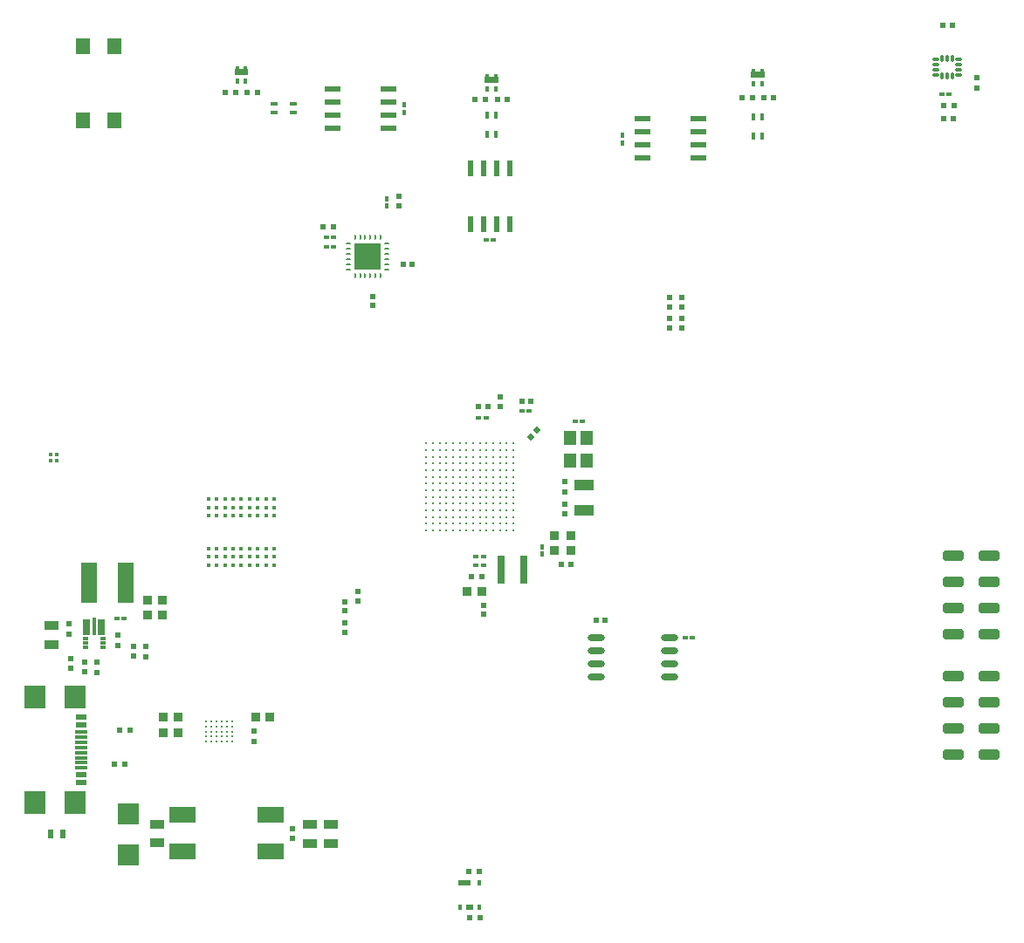
<source format=gtp>
G04*
G04 #@! TF.GenerationSoftware,Altium Limited,Altium Designer,23.0.1 (38)*
G04*
G04 Layer_Color=8421504*
%FSLAX43Y43*%
%MOMM*%
G71*
G04*
G04 #@! TF.SameCoordinates,A2A41917-8E72-4AF7-8591-51E6FC7DF103*
G04*
G04*
G04 #@! TF.FilePolarity,Positive*
G04*
G01*
G75*
%ADD16R,0.500X0.500*%
%ADD17R,1.550X0.600*%
%ADD18R,0.500X0.500*%
G04:AMPARAMS|DCode=19|XSize=0.35mm|YSize=0.6mm|CornerRadius=0.088mm|HoleSize=0mm|Usage=FLASHONLY|Rotation=0.000|XOffset=0mm|YOffset=0mm|HoleType=Round|Shape=RoundedRectangle|*
%AMROUNDEDRECTD19*
21,1,0.350,0.425,0,0,0.0*
21,1,0.175,0.600,0,0,0.0*
1,1,0.175,0.088,-0.213*
1,1,0.175,-0.088,-0.213*
1,1,0.175,-0.088,0.213*
1,1,0.175,0.088,0.213*
%
%ADD19ROUNDEDRECTD19*%
G04:AMPARAMS|DCode=20|XSize=0.35mm|YSize=0.6mm|CornerRadius=0.088mm|HoleSize=0mm|Usage=FLASHONLY|Rotation=90.000|XOffset=0mm|YOffset=0mm|HoleType=Round|Shape=RoundedRectangle|*
%AMROUNDEDRECTD20*
21,1,0.350,0.425,0,0,90.0*
21,1,0.175,0.600,0,0,90.0*
1,1,0.175,0.213,0.088*
1,1,0.175,0.213,-0.088*
1,1,0.175,-0.213,-0.088*
1,1,0.175,-0.213,0.088*
%
%ADD20ROUNDEDRECTD20*%
%ADD21R,0.500X0.420*%
%ADD22R,0.400X0.550*%
%ADD23R,0.400X0.850*%
%ADD24R,0.400X0.750*%
%ADD25R,0.420X0.500*%
%ADD26R,0.600X1.550*%
%ADD27R,0.750X0.400*%
%ADD28R,1.400X1.600*%
%ADD29R,2.600X2.600*%
G04:AMPARAMS|DCode=30|XSize=0.23mm|YSize=0.48mm|CornerRadius=0.058mm|HoleSize=0mm|Usage=FLASHONLY|Rotation=0.000|XOffset=0mm|YOffset=0mm|HoleType=Round|Shape=RoundedRectangle|*
%AMROUNDEDRECTD30*
21,1,0.230,0.365,0,0,0.0*
21,1,0.115,0.480,0,0,0.0*
1,1,0.115,0.058,-0.183*
1,1,0.115,-0.058,-0.183*
1,1,0.115,-0.058,0.183*
1,1,0.115,0.058,0.183*
%
%ADD30ROUNDEDRECTD30*%
G04:AMPARAMS|DCode=31|XSize=0.23mm|YSize=0.48mm|CornerRadius=0.058mm|HoleSize=0mm|Usage=FLASHONLY|Rotation=90.000|XOffset=0mm|YOffset=0mm|HoleType=Round|Shape=RoundedRectangle|*
%AMROUNDEDRECTD31*
21,1,0.230,0.365,0,0,90.0*
21,1,0.115,0.480,0,0,90.0*
1,1,0.115,0.183,0.058*
1,1,0.115,0.183,-0.058*
1,1,0.115,-0.183,-0.058*
1,1,0.115,-0.183,0.058*
%
%ADD31ROUNDEDRECTD31*%
%ADD32R,0.400X0.500*%
%ADD33R,0.750X0.500*%
%ADD34R,1.300X0.500*%
%ADD35R,0.400X0.400*%
%ADD36R,0.400X0.400*%
%ADD37C,0.410*%
%ADD38P,0.707X4X90.0*%
%ADD39R,1.200X1.400*%
%ADD40R,1.900X1.100*%
%ADD41O,1.700X0.600*%
%ADD42R,0.900X0.900*%
%ADD43R,0.800X2.700*%
%ADD44R,0.900X0.900*%
%ADD45R,0.600X0.300*%
%ADD46R,0.800X1.500*%
%ADD47R,0.400X1.730*%
%ADD48R,1.400X0.950*%
%ADD49R,2.500X1.500*%
%ADD50R,0.600X0.900*%
%ADD51R,2.000X2.000*%
%ADD52C,0.250*%
G04:AMPARAMS|DCode=53|XSize=1mm|YSize=2mm|CornerRadius=0.25mm|HoleSize=0mm|Usage=FLASHONLY|Rotation=90.000|XOffset=0mm|YOffset=0mm|HoleType=Round|Shape=RoundedRectangle|*
%AMROUNDEDRECTD53*
21,1,1.000,1.500,0,0,90.0*
21,1,0.500,2.000,0,0,90.0*
1,1,0.500,0.750,0.250*
1,1,0.500,0.750,-0.250*
1,1,0.500,-0.750,-0.250*
1,1,0.500,-0.750,0.250*
%
%ADD53ROUNDEDRECTD53*%
%ADD54R,1.500X4.000*%
%ADD55R,2.000X2.180*%
%ADD56R,1.060X0.600*%
%ADD57R,1.150X0.300*%
%ADD58C,0.260*%
%ADD59O,0.195X0.314*%
%ADD60O,0.314X0.195*%
G36*
X22325Y84788D02*
X21025D01*
Y85388D01*
X22325D01*
Y84788D01*
D02*
G37*
G36*
X46600Y84038D02*
X45300D01*
Y84638D01*
X46600D01*
Y84038D01*
D02*
G37*
G36*
X72400Y84538D02*
X71100D01*
Y85138D01*
X72400D01*
Y84538D01*
D02*
G37*
D16*
X64375Y62288D02*
D03*
Y63188D02*
D03*
X63175Y62288D02*
D03*
Y63188D02*
D03*
Y60238D02*
D03*
Y61138D02*
D03*
X64375Y60238D02*
D03*
Y61138D02*
D03*
X93025Y83488D02*
D03*
Y84488D02*
D03*
X36925Y72113D02*
D03*
Y73013D02*
D03*
X34381Y63307D02*
D03*
Y62407D02*
D03*
X46750Y52613D02*
D03*
Y53513D02*
D03*
X53075Y45338D02*
D03*
Y44338D02*
D03*
X53075Y42163D02*
D03*
Y43163D02*
D03*
X45144Y32413D02*
D03*
Y33313D02*
D03*
X32950Y34613D02*
D03*
Y33713D02*
D03*
X31750Y32763D02*
D03*
Y33663D02*
D03*
X31750Y31588D02*
D03*
Y30688D02*
D03*
X12450Y29313D02*
D03*
Y28313D02*
D03*
X11225Y28413D02*
D03*
Y29313D02*
D03*
X9675Y30413D02*
D03*
Y29413D02*
D03*
X7700Y26763D02*
D03*
Y27763D02*
D03*
X6475Y26888D02*
D03*
Y27788D02*
D03*
X5125Y27238D02*
D03*
Y28138D02*
D03*
X4950Y30513D02*
D03*
Y31513D02*
D03*
X22875Y21088D02*
D03*
Y20088D02*
D03*
X26653Y10663D02*
D03*
Y11663D02*
D03*
D17*
X30550Y83418D02*
D03*
Y82148D02*
D03*
Y80878D02*
D03*
Y79608D02*
D03*
X35950Y83418D02*
D03*
Y82148D02*
D03*
Y80878D02*
D03*
Y79608D02*
D03*
X66025Y76758D02*
D03*
Y78028D02*
D03*
Y79298D02*
D03*
Y80568D02*
D03*
X60625Y76758D02*
D03*
Y78028D02*
D03*
Y79298D02*
D03*
Y80568D02*
D03*
D18*
X90650Y89613D02*
D03*
X89750D02*
D03*
X90825Y81773D02*
D03*
X89825D02*
D03*
X89800Y80523D02*
D03*
X90700D02*
D03*
X73319Y82591D02*
D03*
X72319D02*
D03*
X70211Y82578D02*
D03*
X71211D02*
D03*
X47500Y82388D02*
D03*
X46500D02*
D03*
X44357Y82394D02*
D03*
X45357D02*
D03*
X20125Y83088D02*
D03*
X21125D02*
D03*
X23225D02*
D03*
X22225D02*
D03*
X29625Y70063D02*
D03*
X30625D02*
D03*
X37350Y66438D02*
D03*
X38250D02*
D03*
X45600Y52613D02*
D03*
X44700D02*
D03*
X44750Y7513D02*
D03*
X43750D02*
D03*
X43850Y2963D02*
D03*
X44850D02*
D03*
X49775Y53138D02*
D03*
X48875D02*
D03*
X56075Y31838D02*
D03*
X56975D02*
D03*
X52750Y37263D02*
D03*
X53650D02*
D03*
X43969Y36088D02*
D03*
X44969D02*
D03*
X9350Y17913D02*
D03*
X10350D02*
D03*
X9875Y21188D02*
D03*
X10875D02*
D03*
D19*
X89643Y86413D02*
D03*
X90143D02*
D03*
X90643D02*
D03*
Y84663D02*
D03*
X90143D02*
D03*
X89643D02*
D03*
D20*
X91268Y86288D02*
D03*
Y85788D02*
D03*
Y85288D02*
D03*
Y84788D02*
D03*
X89018D02*
D03*
Y85288D02*
D03*
Y85788D02*
D03*
Y86288D02*
D03*
D21*
X89625Y82873D02*
D03*
X90325D02*
D03*
X46125Y68738D02*
D03*
X45425D02*
D03*
X30625Y69038D02*
D03*
X29925D02*
D03*
Y68088D02*
D03*
X30625D02*
D03*
X44700Y51538D02*
D03*
X45400D02*
D03*
X48875Y52138D02*
D03*
X49575D02*
D03*
X54063Y51175D02*
D03*
X54763D02*
D03*
X65400Y30163D02*
D03*
X64700D02*
D03*
X44444Y38082D02*
D03*
X45144D02*
D03*
X44444Y37203D02*
D03*
X45144D02*
D03*
X9625Y32038D02*
D03*
X10325D02*
D03*
D22*
X72150Y83963D02*
D03*
X71350D02*
D03*
X45550Y83463D02*
D03*
X46350D02*
D03*
X21275Y84213D02*
D03*
X22075D02*
D03*
D23*
X72150Y84963D02*
D03*
X71350D02*
D03*
X45550Y84463D02*
D03*
X46350D02*
D03*
X21275Y85213D02*
D03*
X22075D02*
D03*
D24*
X72175Y80688D02*
D03*
X71325D02*
D03*
X72175Y78838D02*
D03*
X71325D02*
D03*
X45500Y79013D02*
D03*
X46350D02*
D03*
X45500Y80863D02*
D03*
X46350D02*
D03*
D25*
X58675Y78913D02*
D03*
Y78213D02*
D03*
X37450Y81163D02*
D03*
Y81863D02*
D03*
X35753Y72785D02*
D03*
Y72085D02*
D03*
X50840Y38988D02*
D03*
Y38288D02*
D03*
D26*
X47730Y75713D02*
D03*
X46460D02*
D03*
X45190D02*
D03*
X43920D02*
D03*
X47730Y70313D02*
D03*
X46460D02*
D03*
X45190D02*
D03*
X43920D02*
D03*
D27*
X26725Y81163D02*
D03*
Y82013D02*
D03*
X24875Y81163D02*
D03*
Y82013D02*
D03*
D28*
X6325Y87538D02*
D03*
X9325D02*
D03*
Y80338D02*
D03*
X6325D02*
D03*
D29*
X33952Y67175D02*
D03*
D30*
X32702Y69035D02*
D03*
X33202D02*
D03*
X33702D02*
D03*
X34202D02*
D03*
X34702D02*
D03*
X35202D02*
D03*
Y65315D02*
D03*
X34702D02*
D03*
X34202D02*
D03*
X33702D02*
D03*
X33202D02*
D03*
X32702D02*
D03*
D31*
X35812Y68425D02*
D03*
Y67925D02*
D03*
Y67425D02*
D03*
Y66925D02*
D03*
Y66425D02*
D03*
Y65925D02*
D03*
X32092Y67925D02*
D03*
Y68425D02*
D03*
Y67425D02*
D03*
Y66925D02*
D03*
Y66425D02*
D03*
Y65925D02*
D03*
D32*
X44775Y6413D02*
D03*
Y4013D02*
D03*
X42875D02*
D03*
D33*
X43825D02*
D03*
D34*
X43325Y6413D02*
D03*
D35*
X3150Y47363D02*
D03*
X3750Y47963D02*
D03*
D36*
Y47363D02*
D03*
X3150Y47963D02*
D03*
D37*
X18475Y37200D02*
D03*
Y43600D02*
D03*
X20075Y37200D02*
D03*
Y38000D02*
D03*
Y38800D02*
D03*
Y43600D02*
D03*
X20875Y37200D02*
D03*
Y38000D02*
D03*
Y38800D02*
D03*
Y42000D02*
D03*
Y42800D02*
D03*
Y43600D02*
D03*
X21675Y38000D02*
D03*
Y38800D02*
D03*
Y42000D02*
D03*
Y42800D02*
D03*
X22475Y38800D02*
D03*
Y42000D02*
D03*
X23275Y38800D02*
D03*
Y42000D02*
D03*
X24075Y38800D02*
D03*
Y42000D02*
D03*
X24875Y37200D02*
D03*
Y38800D02*
D03*
Y42000D02*
D03*
Y43600D02*
D03*
X22475Y38000D02*
D03*
X23275D02*
D03*
X24075Y43600D02*
D03*
X24875Y42800D02*
D03*
X22475D02*
D03*
X23275Y43600D02*
D03*
X21675D02*
D03*
X22475D02*
D03*
X23275Y37200D02*
D03*
X22475D02*
D03*
X23275Y42800D02*
D03*
X21675Y37200D02*
D03*
X24075Y38000D02*
D03*
Y42800D02*
D03*
Y37200D02*
D03*
X24875Y38000D02*
D03*
X18475Y42800D02*
D03*
X19275Y37200D02*
D03*
X20075Y42000D02*
D03*
X18475D02*
D03*
X20075Y42800D02*
D03*
X19275Y42000D02*
D03*
Y43600D02*
D03*
Y42800D02*
D03*
X18475Y38800D02*
D03*
Y38000D02*
D03*
X19275D02*
D03*
Y38800D02*
D03*
D38*
X49720Y49665D02*
D03*
X50356Y50301D02*
D03*
D39*
X53525Y47338D02*
D03*
Y49538D02*
D03*
X55125D02*
D03*
Y47338D02*
D03*
D40*
X54950Y45013D02*
D03*
Y42513D02*
D03*
D41*
X56075Y30168D02*
D03*
Y28898D02*
D03*
Y27628D02*
D03*
Y26358D02*
D03*
X63175Y30168D02*
D03*
Y28898D02*
D03*
Y27628D02*
D03*
Y26358D02*
D03*
D42*
X53625Y38663D02*
D03*
Y40063D02*
D03*
X52025Y38653D02*
D03*
Y40053D02*
D03*
D43*
X46875Y36813D02*
D03*
X49075D02*
D03*
D44*
X44994Y34688D02*
D03*
X43594D02*
D03*
X12600Y32338D02*
D03*
X14000D02*
D03*
X24450Y22488D02*
D03*
X23050D02*
D03*
X14125Y22501D02*
D03*
X15525D02*
D03*
X14125Y20938D02*
D03*
X15525D02*
D03*
X13995Y33838D02*
D03*
X12595D02*
D03*
D45*
X6525Y30113D02*
D03*
Y29663D02*
D03*
Y29213D02*
D03*
X8225Y30113D02*
D03*
Y29663D02*
D03*
Y29213D02*
D03*
D46*
X8125Y31163D02*
D03*
X6625D02*
D03*
D47*
X7375Y31278D02*
D03*
D48*
X3275Y31313D02*
D03*
Y29463D02*
D03*
X30378Y12038D02*
D03*
Y10188D02*
D03*
X28303Y12038D02*
D03*
Y10188D02*
D03*
X13503Y12088D02*
D03*
Y10238D02*
D03*
D49*
X24478Y9438D02*
D03*
Y12938D02*
D03*
X15978Y9438D02*
D03*
Y12938D02*
D03*
D50*
X4375Y11113D02*
D03*
X3175D02*
D03*
D51*
X10703Y9088D02*
D03*
Y13088D02*
D03*
D52*
X40912Y41226D02*
D03*
X43512Y40576D02*
D03*
Y41876D02*
D03*
X44162Y40576D02*
D03*
X39612Y43826D02*
D03*
X40262D02*
D03*
Y40576D02*
D03*
X39612Y43176D02*
D03*
Y42526D02*
D03*
X40262Y41226D02*
D03*
X43512D02*
D03*
X40262Y42526D02*
D03*
X42212Y41876D02*
D03*
X42862D02*
D03*
Y42526D02*
D03*
X43512D02*
D03*
X42862Y41226D02*
D03*
X43512Y43176D02*
D03*
X44162D02*
D03*
Y42526D02*
D03*
X40912Y43826D02*
D03*
Y43176D02*
D03*
X41562D02*
D03*
X40912Y42526D02*
D03*
X41562D02*
D03*
X42212Y43176D02*
D03*
X40912Y41876D02*
D03*
X42212Y42526D02*
D03*
X39612Y40576D02*
D03*
Y41226D02*
D03*
Y47076D02*
D03*
Y49026D02*
D03*
X40262Y41876D02*
D03*
Y43176D02*
D03*
Y45126D02*
D03*
Y46426D02*
D03*
Y47076D02*
D03*
Y47726D02*
D03*
Y49026D02*
D03*
X40912Y40576D02*
D03*
Y45126D02*
D03*
Y46426D02*
D03*
Y47076D02*
D03*
Y47726D02*
D03*
Y49026D02*
D03*
X41562Y40576D02*
D03*
Y41226D02*
D03*
Y41876D02*
D03*
Y43826D02*
D03*
Y44476D02*
D03*
Y45126D02*
D03*
Y45776D02*
D03*
Y46426D02*
D03*
Y47726D02*
D03*
Y49026D02*
D03*
X42212Y40576D02*
D03*
Y41226D02*
D03*
Y43826D02*
D03*
Y44476D02*
D03*
Y45776D02*
D03*
Y46426D02*
D03*
Y47076D02*
D03*
Y47726D02*
D03*
Y48376D02*
D03*
Y49026D02*
D03*
X42862Y40576D02*
D03*
Y43176D02*
D03*
Y43826D02*
D03*
Y44476D02*
D03*
Y45126D02*
D03*
Y45776D02*
D03*
Y46426D02*
D03*
Y47076D02*
D03*
Y47726D02*
D03*
X43512Y43826D02*
D03*
Y44476D02*
D03*
Y45126D02*
D03*
Y45776D02*
D03*
Y46426D02*
D03*
Y47076D02*
D03*
Y47726D02*
D03*
Y48376D02*
D03*
Y49026D02*
D03*
X44162Y41226D02*
D03*
Y41876D02*
D03*
Y43826D02*
D03*
Y44476D02*
D03*
Y45126D02*
D03*
Y45776D02*
D03*
Y46426D02*
D03*
Y47076D02*
D03*
Y47726D02*
D03*
Y48376D02*
D03*
Y49026D02*
D03*
X44812Y40576D02*
D03*
Y41876D02*
D03*
Y42526D02*
D03*
Y43176D02*
D03*
Y43826D02*
D03*
Y44476D02*
D03*
Y45126D02*
D03*
Y45776D02*
D03*
Y46426D02*
D03*
Y47076D02*
D03*
Y47726D02*
D03*
Y48376D02*
D03*
X45462Y40576D02*
D03*
Y41226D02*
D03*
Y41876D02*
D03*
Y42526D02*
D03*
Y43176D02*
D03*
Y43826D02*
D03*
Y45126D02*
D03*
Y45776D02*
D03*
Y46426D02*
D03*
Y47076D02*
D03*
Y48376D02*
D03*
X46112Y40576D02*
D03*
Y41226D02*
D03*
Y41876D02*
D03*
Y42526D02*
D03*
Y43176D02*
D03*
Y45126D02*
D03*
Y45776D02*
D03*
Y46426D02*
D03*
Y47076D02*
D03*
X46762Y40576D02*
D03*
Y41226D02*
D03*
Y41876D02*
D03*
Y42526D02*
D03*
Y43176D02*
D03*
Y43826D02*
D03*
Y44476D02*
D03*
Y45126D02*
D03*
Y45776D02*
D03*
Y46426D02*
D03*
Y47076D02*
D03*
Y47726D02*
D03*
Y48376D02*
D03*
Y49026D02*
D03*
X47412Y40576D02*
D03*
Y41226D02*
D03*
Y43176D02*
D03*
Y43826D02*
D03*
Y45126D02*
D03*
Y45776D02*
D03*
Y49026D02*
D03*
X48062Y40576D02*
D03*
Y41226D02*
D03*
Y41876D02*
D03*
Y45126D02*
D03*
Y45776D02*
D03*
Y46426D02*
D03*
Y47076D02*
D03*
Y47726D02*
D03*
Y49026D02*
D03*
X39612Y41876D02*
D03*
Y44476D02*
D03*
Y45126D02*
D03*
Y45776D02*
D03*
Y46426D02*
D03*
Y47726D02*
D03*
Y48376D02*
D03*
X40262Y44476D02*
D03*
Y45776D02*
D03*
Y48376D02*
D03*
X40912Y44476D02*
D03*
Y45776D02*
D03*
Y48376D02*
D03*
X41562Y47076D02*
D03*
Y48376D02*
D03*
X42212Y45126D02*
D03*
X42862Y48376D02*
D03*
Y49026D02*
D03*
X44812Y41226D02*
D03*
Y49026D02*
D03*
X45462Y44476D02*
D03*
Y47726D02*
D03*
Y49026D02*
D03*
X46112Y43826D02*
D03*
Y44476D02*
D03*
Y47726D02*
D03*
Y48376D02*
D03*
Y49026D02*
D03*
X47412Y41876D02*
D03*
Y42526D02*
D03*
Y44476D02*
D03*
Y46426D02*
D03*
Y47076D02*
D03*
Y47726D02*
D03*
Y48376D02*
D03*
X48062Y42526D02*
D03*
Y43176D02*
D03*
Y43826D02*
D03*
Y44476D02*
D03*
Y48376D02*
D03*
D53*
X94225Y30545D02*
D03*
Y33085D02*
D03*
Y35625D02*
D03*
Y38165D02*
D03*
X90727D02*
D03*
Y35625D02*
D03*
Y33085D02*
D03*
Y30545D02*
D03*
X94225Y18860D02*
D03*
Y21400D02*
D03*
Y23940D02*
D03*
Y26480D02*
D03*
X90727D02*
D03*
Y23940D02*
D03*
Y21400D02*
D03*
Y18860D02*
D03*
D54*
X10475Y35513D02*
D03*
X6875D02*
D03*
D55*
X1636Y14165D02*
D03*
X5566D02*
D03*
X1636Y24385D02*
D03*
X5566D02*
D03*
D56*
X6186Y22475D02*
D03*
Y16075D02*
D03*
Y21675D02*
D03*
Y16875D02*
D03*
D57*
X6141Y21025D02*
D03*
Y17525D02*
D03*
Y20525D02*
D03*
Y18025D02*
D03*
Y20025D02*
D03*
Y18525D02*
D03*
Y19525D02*
D03*
Y19025D02*
D03*
D58*
X20750Y22063D02*
D03*
X18250Y20063D02*
D03*
Y22063D02*
D03*
X20750Y20063D02*
D03*
X20250Y20563D02*
D03*
X19750D02*
D03*
X19250D02*
D03*
X18750D02*
D03*
X20250Y21063D02*
D03*
X19750D02*
D03*
X19250D02*
D03*
X18750D02*
D03*
X20250Y21563D02*
D03*
X19750D02*
D03*
X19250D02*
D03*
X18750D02*
D03*
D59*
X20250Y20063D02*
D03*
X19750D02*
D03*
X19250D02*
D03*
X18750D02*
D03*
X20250Y22063D02*
D03*
X19750D02*
D03*
X19250D02*
D03*
X18750D02*
D03*
D60*
X20750Y20563D02*
D03*
X18250D02*
D03*
X20750Y21063D02*
D03*
X18250D02*
D03*
X20750Y21563D02*
D03*
X18250D02*
D03*
M02*

</source>
